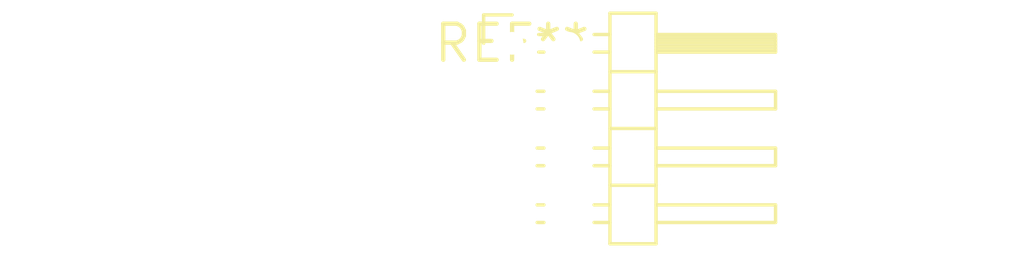
<source format=kicad_pcb>
(kicad_pcb (version 20240108) (generator pcbnew)
  (layers (0 "F.Cu" signal) (31 "B.Cu" signal) (34 "B.Paste" user) (35 "F.Paste" user) (36 "B.SilkS" user "B.Silkscreen") (37 "F.SilkS" user "F.Silkscreen") (38 "B.Mask" user) (39 "F.Mask" user) (44 "Edge.Cuts" user))
  (net 0 "")
  (footprint "PinHeader_2x04_P2.00mm_Horizontal" (layer "F.Cu") (at 0 0)
    (property "Reference" "REF**")
    (property "Value" "PinHeader_2x04_P2.00mm_Horizontal")
    (fp_line (start -1 -1) (end 0 -1) (layer "F.SilkS") (stroke (width 0.12)))
    (fp_line (start -1 0) (end -1 -1) (layer "F.SilkS") (stroke (width 0.12)))
    (fp_line (start 0.882114 1.69) (end 1.117886 1.69) (layer "F.SilkS") (stroke (width 0.12)))
    (fp_line (start 0.882114 2.31) (end 1.117886 2.31) (layer "F.SilkS") (stroke (width 0.12)))
    (fp_line (start 0.882114 3.69) (end 1.117886 3.69) (layer "F.SilkS") (stroke (width 0.12)))
    (fp_line (start 0.882114 4.31) (end 1.117886 4.31) (layer "F.SilkS") (stroke (width 0.12)))
    (fp_line (start 0.882114 5.69) (end 1.117886 5.69) (layer "F.SilkS") (stroke (width 0.12)))
    (fp_line (start 0.882114 6.31) (end 1.117886 6.31) (layer "F.SilkS") (stroke (width 0.12)))
    (fp_line (start 0.935 -0.31) (end 1.117886 -0.31) (layer "F.SilkS") (stroke (width 0.12)))
    (fp_line (start 0.935 0.31) (end 1.117886 0.31) (layer "F.SilkS") (stroke (width 0.12)))
    (fp_line (start 2.882114 -0.31) (end 3.44 -0.31) (layer "F.SilkS") (stroke (width 0.12)))
    (fp_line (start 2.882114 0.31) (end 3.44 0.31) (layer "F.SilkS") (stroke (width 0.12)))
    (fp_line (start 2.882114 1.69) (end 3.44 1.69) (layer "F.SilkS") (stroke (width 0.12)))
    (fp_line (start 2.882114 2.31) (end 3.44 2.31) (layer "F.SilkS") (stroke (width 0.12)))
    (fp_line (start 2.882114 3.69) (end 3.44 3.69) (layer "F.SilkS") (stroke (width 0.12)))
    (fp_line (start 2.882114 4.31) (end 3.44 4.31) (layer "F.SilkS") (stroke (width 0.12)))
    (fp_line (start 2.882114 5.69) (end 3.44 5.69) (layer "F.SilkS") (stroke (width 0.12)))
    (fp_line (start 2.882114 6.31) (end 3.44 6.31) (layer "F.SilkS") (stroke (width 0.12)))
    (fp_line (start 3.44 -1.06) (end 3.44 7.06) (layer "F.SilkS") (stroke (width 0.12)))
    (fp_line (start 3.44 1) (end 5.06 1) (layer "F.SilkS") (stroke (width 0.12)))
    (fp_line (start 3.44 3) (end 5.06 3) (layer "F.SilkS") (stroke (width 0.12)))
    (fp_line (start 3.44 5) (end 5.06 5) (layer "F.SilkS") (stroke (width 0.12)))
    (fp_line (start 3.44 7.06) (end 5.06 7.06) (layer "F.SilkS") (stroke (width 0.12)))
    (fp_line (start 5.06 -1.06) (end 3.44 -1.06) (layer "F.SilkS") (stroke (width 0.12)))
    (fp_line (start 5.06 -0.31) (end 9.26 -0.31) (layer "F.SilkS") (stroke (width 0.12)))
    (fp_line (start 5.06 -0.25) (end 9.26 -0.25) (layer "F.SilkS") (stroke (width 0.12)))
    (fp_line (start 5.06 -0.13) (end 9.26 -0.13) (layer "F.SilkS") (stroke (width 0.12)))
    (fp_line (start 5.06 -0.01) (end 9.26 -0.01) (layer "F.SilkS") (stroke (width 0.12)))
    (fp_line (start 5.06 0.11) (end 9.26 0.11) (layer "F.SilkS") (stroke (width 0.12)))
    (fp_line (start 5.06 0.23) (end 9.26 0.23) (layer "F.SilkS") (stroke (width 0.12)))
    (fp_line (start 5.06 1.69) (end 9.26 1.69) (layer "F.SilkS") (stroke (width 0.12)))
    (fp_line (start 5.06 3.69) (end 9.26 3.69) (layer "F.SilkS") (stroke (width 0.12)))
    (fp_line (start 5.06 5.69) (end 9.26 5.69) (layer "F.SilkS") (stroke (width 0.12)))
    (fp_line (start 5.06 7.06) (end 5.06 -1.06) (layer "F.SilkS") (stroke (width 0.12)))
    (fp_line (start 9.26 -0.31) (end 9.26 0.31) (layer "F.SilkS") (stroke (width 0.12)))
    (fp_line (start 9.26 0.31) (end 5.06 0.31) (layer "F.SilkS") (stroke (width 0.12)))
    (fp_line (start 9.26 1.69) (end 9.26 2.31) (layer "F.SilkS") (stroke (width 0.12)))
    (fp_line (start 9.26 2.31) (end 5.06 2.31) (layer "F.SilkS") (stroke (width 0.12)))
    (fp_line (start 9.26 3.69) (end 9.26 4.31) (layer "F.SilkS") (stroke (width 0.12)))
    (fp_line (start 9.26 4.31) (end 5.06 4.31) (layer "F.SilkS") (stroke (width 0.12)))
    (fp_line (start 9.26 5.69) (end 9.26 6.31) (layer "F.SilkS") (stroke (width 0.12)))
    (fp_line (start 9.26 6.31) (end 5.06 6.31) (layer "F.SilkS") (stroke (width 0.12)))
    (pad "1" thru_hole rect (at 0 0) (size 1.35 1.35) (drill 0.8) (layers *.Cu *.Mask) (remove_unused_layers))
    (pad "2" thru_hole oval (at 2 0) (size 1.35 1.35) (drill 0.8) (layers *.Cu *.Mask) (remove_unused_layers))
    (pad "3" thru_hole oval (at 0 2) (size 1.35 1.35) (drill 0.8) (layers *.Cu *.Mask) (remove_unused_layers))
    (pad "4" thru_hole oval (at 2 2) (size 1.35 1.35) (drill 0.8) (layers *.Cu *.Mask) (remove_unused_layers))
    (pad "5" thru_hole oval (at 0 4) (size 1.35 1.35) (drill 0.8) (layers *.Cu *.Mask) (remove_unused_layers))
    (pad "6" thru_hole oval (at 2 4) (size 1.35 1.35) (drill 0.8) (layers *.Cu *.Mask) (remove_unused_layers))
    (pad "7" thru_hole oval (at 0 6) (size 1.35 1.35) (drill 0.8) (layers *.Cu *.Mask) (remove_unused_layers))
    (pad "8" thru_hole oval (at 2 6) (size 1.35 1.35) (drill 0.8) (layers *.Cu *.Mask) (remove_unused_layers))
  )
)
</source>
